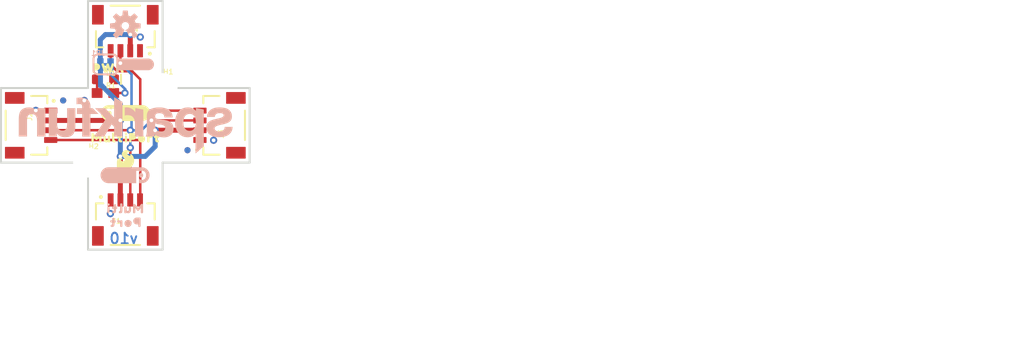
<source format=kicad_pcb>
(kicad_pcb (version 20211014) (generator pcbnew)
  (layers (0 "F.Cu" signal) (31 "B.Cu" signal) (34 "B.Paste" user) (35 "F.Paste" user) (36 "B.SilkS" user "B.Silkscreen") (37 "F.SilkS" user "F.Silkscreen") (38 "B.Mask" user) (39 "F.Mask" user) (44 "Edge.Cuts" user))
  (net 0 "")
  (net 1 "SCL")
  (net 2 "SDA")
  (net 3 "GND")
  (net 4 "3.3V")
  (net 5 "N$1")
  (net 6 "N$2")
  (footprint "boardEagle:MULTIPORT0" (layer "F.Cu") (at 144.3101 106.2736)
    (fp_text reference "U$4" hide)
    (fp_text value "" hide)
  )
  (footprint "boardEagle:PWR0" (layer "F.Cu") (at 144.4371 99.1616)
    (fp_text reference "U$1" hide)
    (fp_text value "" hide)
  )
  (footprint "boardEagle:CREATIVE_COMMONS" (layer "F.Cu") (at 157.3911 126.5936)
    (fp_text reference "FRAME1" hide)
    (fp_text value "FRAME-LETTER" hide)
  )
  (footprint "boardEagle:JST04_1MM_RA" (layer "F.Cu") (at 156.1211 105.0036 90)
    (fp_text reference "J3" (at -1.397 2.159 90) (layer "F.SilkS") (effects (font (size 0.512064 0.512064) (thickness 0.097536)) (justify left)))
    (fp_text value "QWIIC_RIGHT_ANGLE")
    (pad "1" smd roundrect (at -1.5 0 90) (size 0.6 1.35) (layers "F.Cu" "F.Paste" "F.Mask") (roundrect_rratio 0.08466666667) (net 3 "GND"))
    (pad "2" smd roundrect (at -0.5 0 90) (size 0.6 1.35) (layers "F.Cu" "F.Paste" "F.Mask") (roundrect_rratio 0.08466666667) (net 4 "3.3V"))
    (pad "3" smd roundrect (at 0.5 0 90) (size 0.6 1.35) (layers "F.Cu" "F.Paste" "F.Mask") (roundrect_rratio 0.08466666667) (net 2 "SDA"))
    (pad "4" smd roundrect (at 1.5 0 90) (size 0.6 1.35) (layers "F.Cu" "F.Paste" "F.Mask") (roundrect_rratio 0.08466666667) (net 1 "SCL"))
    (pad "NC1" smd roundrect (at 2.8 3.675 90) (size 1.2 2) (layers "F.Cu" "F.Paste" "F.Mask") (roundrect_rratio 0.04233333333))
    (pad "NC2" smd roundrect (at -2.8 3.675 90) (size 1.2 2) (layers "F.Cu" "F.Paste" "F.Mask") (roundrect_rratio 0.04233333333))
  )
  (footprint "boardEagle:JST04_1MM_RA" (layer "F.Cu") (at 148.5011 97.3836 180)
    (fp_text reference "J4" (at -1.397 2.159) (layer "F.SilkS") (effects (font (size 0.512064 0.512064) (thickness 0.097536)) (justify right)))
    (fp_text value "QWIIC_RIGHT_ANGLE")
    (pad "1" smd roundrect (at -1.5 0 180) (size 0.6 1.35) (layers "F.Cu" "F.Paste" "F.Mask") (roundrect_rratio 0.08466666667) (net 3 "GND"))
    (pad "2" smd roundrect (at -0.5 0 180) (size 0.6 1.35) (layers "F.Cu" "F.Paste" "F.Mask") (roundrect_rratio 0.08466666667) (net 4 "3.3V"))
    (pad "3" smd roundrect (at 0.5 0 180) (size 0.6 1.35) (layers "F.Cu" "F.Paste" "F.Mask") (roundrect_rratio 0.08466666667) (net 2 "SDA"))
    (pad "4" smd roundrect (at 1.5 0 180) (size 0.6 1.35) (layers "F.Cu" "F.Paste" "F.Mask") (roundrect_rratio 0.08466666667) (net 1 "SCL"))
    (pad "NC1" smd roundrect (at 2.8 3.675 180) (size 1.2 2) (layers "F.Cu" "F.Paste" "F.Mask") (roundrect_rratio 0.04233333333))
    (pad "NC2" smd roundrect (at -2.8 3.675 180) (size 1.2 2) (layers "F.Cu" "F.Paste" "F.Mask") (roundrect_rratio 0.04233333333))
  )
  (footprint "boardEagle:JST04_1MM_RA" (layer "F.Cu") (at 140.8811 105.0036 -90)
    (fp_text reference "J2" (at -1.397 2.159 90) (layer "F.SilkS") (effects (font (size 0.512064 0.512064) (thickness 0.097536)) (justify right)))
    (fp_text value "QWIIC_RIGHT_ANGLE")
    (pad "1" smd roundrect (at -1.5 0 270) (size 0.6 1.35) (layers "F.Cu" "F.Paste" "F.Mask") (roundrect_rratio 0.08466666667) (net 3 "GND"))
    (pad "2" smd roundrect (at -0.5 0 270) (size 0.6 1.35) (layers "F.Cu" "F.Paste" "F.Mask") (roundrect_rratio 0.08466666667) (net 4 "3.3V"))
    (pad "3" smd roundrect (at 0.5 0 270) (size 0.6 1.35) (layers "F.Cu" "F.Paste" "F.Mask") (roundrect_rratio 0.08466666667) (net 2 "SDA"))
    (pad "4" smd roundrect (at 1.5 0 270) (size 0.6 1.35) (layers "F.Cu" "F.Paste" "F.Mask") (roundrect_rratio 0.08466666667) (net 1 "SCL"))
    (pad "NC1" smd roundrect (at 2.8 3.675 270) (size 1.2 2) (layers "F.Cu" "F.Paste" "F.Mask") (roundrect_rratio 0.04233333333))
    (pad "NC2" smd roundrect (at -2.8 3.675 270) (size 1.2 2) (layers "F.Cu" "F.Paste" "F.Mask") (roundrect_rratio 0.04233333333))
  )
  (footprint "boardEagle:LED-0603" (layer "F.Cu") (at 146.4691 100.3046)
    (fp_text reference "D1" (at 0 -0.635) (layer "F.SilkS") (effects (font (size 0.512064 0.512064) (thickness 0.097536)) (justify left)))
    (fp_text value "RED")
    (pad "A" smd roundrect (at -0.877 0 270) (size 1 1) (layers "F.Cu" "F.Paste" "F.Mask") (roundrect_rratio 0.15) (net 5 "N$1"))
    (pad "C" smd roundrect (at 0.877 0 270) (size 1 1) (layers "F.Cu" "F.Paste" "F.Mask") (roundrect_rratio 0.15) (net 3 "GND"))
  )
  (footprint "boardEagle:PWR0" (layer "F.Cu") (at 144.4371 99.1616)
    (fp_text reference "U$9" hide)
    (fp_text value "" hide)
  )
  (footprint "boardEagle:QWIIC_5MM" (layer "F.Cu") (at 148.5011 103.7336)
    (fp_text reference "LOGO1" hide)
    (fp_text value "QWIIC_LOGO_5MM" hide)
  )
  (footprint "boardEagle:JST04_1MM_RA" (layer "F.Cu") (at 148.5011 112.6236)
    (fp_text reference "J1" (at -1.397 2.159) (layer "F.SilkS") (effects (font (size 0.512064 0.512064) (thickness 0.097536)) (justify left)))
    (fp_text value "QWIIC_RIGHT_ANGLE")
    (pad "1" smd roundrect (at -1.5 0) (size 0.6 1.35) (layers "F.Cu" "F.Paste" "F.Mask") (roundrect_rratio 0.08466666667) (net 3 "GND"))
    (pad "2" smd roundrect (at -0.5 0) (size 0.6 1.35) (layers "F.Cu" "F.Paste" "F.Mask") (roundrect_rratio 0.08466666667) (net 4 "3.3V"))
    (pad "3" smd roundrect (at 0.5 0) (size 0.6 1.35) (layers "F.Cu" "F.Paste" "F.Mask") (roundrect_rratio 0.08466666667) (net 2 "SDA"))
    (pad "4" smd roundrect (at 1.5 0) (size 0.6 1.35) (layers "F.Cu" "F.Paste" "F.Mask") (roundrect_rratio 0.08466666667) (net 1 "SCL"))
    (pad "NC1" smd roundrect (at 2.8 3.675) (size 1.2 2) (layers "F.Cu" "F.Paste" "F.Mask") (roundrect_rratio 0.04233333333))
    (pad "NC2" smd roundrect (at -2.8 3.675) (size 1.2 2) (layers "F.Cu" "F.Paste" "F.Mask") (roundrect_rratio 0.04233333333))
  )
  (footprint "boardEagle:SFE_LOGO_FLAME_.1" (layer "F.Cu") (at 148.5011 108.8136)
    (fp_text reference "U$2" hide)
    (fp_text value "" hide)
  )
  (footprint "boardEagle:STAND-OFF-TIGHT" (layer "F.Cu") (at 144.6911 108.8136)
    (fp_text reference "H2" (at 0 -1.651) (layer "F.SilkS") (effects (font (size 0.512064 0.512064) (thickness 0.097536)) (justify left)))
    (fp_text value "STAND-OFFTIGHT")
    (pad "" np_thru_hole circle (at 0 0) (size 3.048 3.048) (drill 3.048) (layers *.Cu *.Mask))
  )
  (footprint "boardEagle:FIDUCIAL-MICRO" (layer "F.Cu") (at 142.1511 102.4636)
    (fp_text reference "FD2" hide)
    (fp_text value "FIDUCIALUFIDUCIAL" hide)
    (pad "1" smd roundrect (at 0 0) (size 0.635 0.635) (layers "F.Cu" "F.Mask") (roundrect_rratio 0.5))
  )
  (footprint "boardEagle:STAND-OFF-TIGHT" (layer "F.Cu") (at 152.3111 101.1936)
    (fp_text reference "H1" (at 0 -1.651) (layer "F.SilkS") (effects (font (size 0.512064 0.512064) (thickness 0.097536)) (justify left)))
    (fp_text value "STAND-OFFTIGHT")
    (pad "" np_thru_hole circle (at 0 0) (size 3.048 3.048) (drill 3.048) (layers *.Cu *.Mask))
  )
  (footprint "boardEagle:0603" (layer "F.Cu") (at 146.4691 101.7016)
    (fp_text reference "R1" (at 0 -0.762) (layer "F.SilkS") (effects (font (size 0.512064 0.512064) (thickness 0.097536)) (justify left)))
    (fp_text value "1k")
    (pad "1" smd roundrect (at -0.85 0) (size 1.1 1) (layers "F.Cu" "F.Paste" "F.Mask") (roundrect_rratio 0.0508) (net 5 "N$1"))
    (pad "2" smd roundrect (at 0.85 0) (size 1.1 1) (layers "F.Cu" "F.Paste" "F.Mask") (roundrect_rratio 0.0508) (net 6 "N$2"))
  )
  (footprint "boardEagle:FIDUCIAL-MICRO" (layer "F.Cu") (at 154.8511 107.5436)
    (fp_text reference "FD3" hide)
    (fp_text value "FIDUCIALUFIDUCIAL" hide)
    (pad "1" smd roundrect (at 0 0) (size 0.635 0.635) (layers "F.Cu" "F.Mask") (roundrect_rratio 0.5))
  )
  (footprint "boardEagle:MULTI0" (layer "B.Cu") (at 151.0411 113.5126 180)
    (fp_text reference "U$11" hide)
    (fp_text value "" hide)
  )
  (footprint "boardEagle:FIDUCIAL-MICRO" (layer "B.Cu") (at 142.1511 102.4636 180)
    (fp_text reference "FD1" hide)
    (fp_text value "FIDUCIALUFIDUCIAL" hide)
    (pad "1" smd roundrect (at 0 0 180) (size 0.635 0.635) (layers "B.Cu" "B.Mask") (roundrect_rratio 0.5))
  )
  (footprint "boardEagle:FIDUCIAL-MICRO" (layer "B.Cu") (at 154.8511 107.5436 180)
    (fp_text reference "FD4" hide)
    (fp_text value "FIDUCIALUFIDUCIAL" hide)
    (pad "1" smd roundrect (at 0 0 180) (size 0.635 0.635) (layers "B.Cu" "B.Mask") (roundrect_rratio 0.5))
  )
  (footprint "boardEagle:#PWR#0" (layer "B.Cu") (at 151.4221 98.7806 180)
    (fp_text reference "U$5" hide)
    (fp_text value "" hide)
  )
  (footprint "boardEagle:PORT0" (layer "B.Cu") (at 150.7871 114.9096 180)
    (fp_text reference "U$13" hide)
    (fp_text value "" hide)
  )
  (footprint "boardEagle:QWIIC_5MM" (layer "B.Cu") (at 148.5011 110.0836 180)
    (fp_text reference "LOGO2" hide)
    (fp_text value "QWIIC_LOGO_5MM" hide)
  )
  (footprint "boardEagle:OSHW-LOGO-S" (layer "B.Cu") (at 148.5011 94.8436 180)
    (fp_text reference "LOGO3" hide)
    (fp_text value "OSHW-LOGOS" hide)
  )
  (footprint "boardEagle:SFE_LOGO_NAME_.2" (layer "B.Cu") (at 148.5011 105.0036 180)
    (fp_text reference "LOGO4" hide)
    (fp_text value "SFE_LOGO_NAME.2_INCH" hide)
  )
  (footprint "boardEagle:SMT-JUMPER_2_NC_TRACE_SILK" (layer "B.Cu") (at 146.4691 98.7806 180)
    (fp_text reference "JP1" (at 0 1.143) (layer "B.SilkS") (effects (font (size 0.512064 0.512064) (thickness 0.097536)) (justify left mirror)))
    (fp_text value "PWR_LED")
    (fp_poly (pts (xy 0.1905 -0.13335) (xy -0.70485 -0.13335) (xy -0.70485 0.13335) (xy 0.1905 0.13335)) (layer "B.Cu") (width 0) (fill solid))
    (pad "1" smd roundrect (at -0.5207 0 180) (size 0.6604 1.27) (layers "B.Cu" "B.Mask") (roundrect_rratio 0.07692307692) (net 6 "N$2"))
    (pad "2" smd roundrect (at 0.5207 0 180) (size 0.6604 1.27) (layers "B.Cu" "B.Mask") (roundrect_rratio 0.07692307692) (net 4 "3.3V"))
  )
  (gr_line (start 144.6911 108.8136) (end 135.8011 108.8136) (layer "Edge.Cuts") (width 0.2032))
  (gr_line (start 144.6911 117.7036) (end 152.3111 117.7036) (layer "Edge.Cuts") (width 0.2032))
  (gr_line (start 152.3111 117.7036) (end 152.3111 108.8136) (layer "Edge.Cuts") (width 0.2032))
  (gr_line (start 152.3111 92.3036) (end 152.3111 101.1936) (layer "Edge.Cuts") (width 0.2032))
  (gr_line (start 144.6911 117.7036) (end 144.6911 108.8136) (layer "Edge.Cuts") (width 0.2032))
  (gr_line (start 135.8011 101.1936) (end 135.8011 108.8136) (layer "Edge.Cuts") (width 0.2032))
  (gr_line (start 161.2011 108.8136) (end 161.2011 101.1936) (layer "Edge.Cuts") (width 0.2032))
  (gr_line (start 152.3111 108.8136) (end 161.2011 108.8136) (layer "Edge.Cuts") (width 0.2032))
  (gr_line (start 152.3111 92.3036) (end 144.6911 92.3036) (layer "Edge.Cuts") (width 0.2032))
  (gr_line (start 144.6911 101.1936) (end 135.8011 101.1936) (layer "Edge.Cuts") (width 0.2032))
  (gr_line (start 152.3111 101.1936) (end 161.2011 101.1936) (layer "Edge.Cuts") (width 0.2032))
  (gr_line (start 144.6911 92.3036) (end 144.6911 101.1936) (layer "Edge.Cuts") (width 0.2032))
  (gr_text "v10" (at 149.8981 117.1956) (layer "B.Cu") (effects (font (size 1.0795 1.0795) (thickness 0.1905)) (justify left bottom mirror)))
  (segment (start 150.0251 104.6226) (end 150.0251 103.5036) (width 0.254) (layer "F.Cu") (net 1))
  (segment (start 147.6756 99.4791) (end 149.1996 99.4791) (width 0.254) (layer "F.Cu") (net 1))
  (segment (start 149.1996 99.4791) (end 150.0251 100.3046) (width 0.254) (layer "F.Cu") (net 1))
  (segment (start 150.0251 106.5276) (end 150.0251 112.5996) (width 0.254) (layer "F.Cu") (net 1))
  (segment (start 147.0011 98.8046) (end 147.6756 99.4791) (width 0.254) (layer "F.Cu") (net 1))
  (segment (start 150.0251 105.0036) (end 150.0251 106.5276) (width 0.254) (layer "F.Cu") (net 1))
  (segment (start 150.0011 106.5036) (end 150.0251 106.5276) (width 0.254) (layer "F.Cu") (net 1))
  (segment (start 150.0251 100.3046) (end 150.0251 103.5036) (width 0.254) (layer "F.Cu") (net 1))
  (segment (start 150.0251 112.5996) (end 150.0011 112.6236) (width 0.254) (layer "F.Cu") (net 1))
  (segment (start 140.8811 106.5036) (end 150.0011 106.5036) (width 0.254) (layer "F.Cu") (net 1))
  (segment (start 156.1211 103.5036) (end 150.0251 103.5036) (width 0.254) (layer "F.Cu") (net 1))
  (segment (start 150.0251 104.6226) (end 150.0251 105.0036) (width 0.254) (layer "F.Cu") (net 1))
  (segment (start 147.0011 97.3836) (end 147.0011 98.8046) (width 0.254) (layer "F.Cu") (net 1))
  (segment (start 148.0011 97.3836) (end 148.0011 98.6456) (width 0.254) (layer "F.Cu") (net 2))
  (segment (start 140.8811 105.5036) (end 149.0011 105.5036) (width 0.254) (layer "F.Cu") (net 2))
  (segment (start 148.0011 98.6456) (end 147.9931 98.6536) (width 0.254) (layer "F.Cu") (net 2))
  (segment (start 156.1211 104.5036) (end 151.1761 104.5036) (width 0.254) (layer "F.Cu") (net 2))
  (segment (start 149.0091 112.6156) (end 149.0011 112.6236) (width 0.254) (layer "F.Cu") (net 2))
  (segment (start 151.1761 104.5036) (end 151.1681 104.4956) (width 0.254) (layer "F.Cu") (net 2))
  (segment (start 149.0091 107.2896) (end 149.0091 112.6156) (width 0.254) (layer "F.Cu") (net 2))
  (segment (start 149.0011 105.5036) (end 149.0091 105.5116) (width 0.254) (layer "F.Cu") (net 2))
  (via (at 147.9931 98.6536) (size 0.7366) (drill 0.381) (layers "F.Cu" "B.Cu") (net 2))
  (via (at 151.1681 104.4956) (size 0.7366) (drill 0.381) (layers "F.Cu" "B.Cu") (net 2))
  (via (at 149.0091 105.5116) (size 0.7366) (drill 0.381) (layers "F.Cu" "B.Cu") (net 2))
  (via (at 149.0091 107.2896) (size 0.7366) (drill 0.381) (layers "F.Cu" "B.Cu") (net 2))
  (segment (start 149.1361 105.3846) (end 149.0091 105.5116) (width 0.254) (layer "B.Cu") (net 2))
  (segment (start 151.1681 104.4956) (end 150.1521 105.5116) (width 0.254) (layer "B.Cu") (net 2))
  (segment (start 147.9931 98.6536) (end 149.1361 99.7966) (width 0.254) (layer "B.Cu") (net 2))
  (segment (start 149.0091 105.5116) (end 149.0091 107.2896) (width 0.254) (layer "B.Cu") (net 2))
  (segment (start 150.1521 105.5116) (end 149.0091 105.5116) (width 0.254) (layer "B.Cu") (net 2))
  (segment (start 149.1361 99.7966) (end 149.1361 105.3846) (width 0.254) (layer "B.Cu") (net 2))
  (via (at 150.0251 95.9866) (size 0.7366) (drill 0.381) (layers "F.Cu" "B.Cu") (net 3))
  (via (at 157.5181 106.5276) (size 0.7366) (drill 0.381) (layers "F.Cu" "B.Cu") (net 3))
  (via (at 144.3101 102.4636) (size 0.7366) (drill 0.381) (layers "F.Cu" "B.Cu") (net 3))
  (via (at 139.3571 103.4796) (size 0.7366) (drill 0.381) (layers "F.Cu" "B.Cu") (net 3))
  (via (at 146.9771 114.0206) (size 0.7366) (drill 0.381) (layers "F.Cu" "B.Cu") (net 3))
  (segment (start 149.0091 95.7326) (end 149.0091 97.3756) (width 0.508) (layer "F.Cu") (net 4))
  (segment (start 156.1211 105.5036) (end 151.5571 105.5036) (width 0.508) (layer "F.Cu") (net 4))
  (segment (start 147.9931 108.1786) (end 147.9931 112.6156) (width 0.508) (layer "F.Cu") (net 4))
  (segment (start 147.9931 112.6156) (end 148.0011 112.6236) (width 0.508) (layer "F.Cu") (net 4))
  (segment (start 147.9851 104.5036) (end 147.9931 104.4956) (width 0.508) (layer "F.Cu") (net 4))
  (segment (start 149.0091 97.3756) (end 149.0011 97.3836) (width 0.508) (layer "F.Cu") (net 4))
  (segment (start 151.5571 105.5036) (end 151.5491 105.5116) (width 0.508) (layer "F.Cu") (net 4))
  (segment (start 140.8811 104.5036) (end 147.9851 104.5036) (width 0.508) (layer "F.Cu") (net 4))
  (via (at 149.0091 95.7326) (size 0.7366) (drill 0.381) (layers "F.Cu" "B.Cu") (net 4))
  (via (at 147.9931 104.4956) (size 0.7366) (drill 0.381) (layers "F.Cu" "B.Cu") (net 4))
  (via (at 147.9931 108.1786) (size 0.7366) (drill 0.381) (layers "F.Cu" "B.Cu") (net 4))
  (via (at 151.5491 105.5116) (size 0.7366) (drill 0.381) (layers "F.Cu" "B.Cu") (net 4))
  (segment (start 151.5491 105.5116) (end 151.5491 107.1626) (width 0.508) (layer "B.Cu") (net 4))
  (segment (start 146.4691 95.7326) (end 149.0091 95.7326) (width 0.508) (layer "B.Cu") (net 4))
  (segment (start 145.9611 100.9396) (end 146.0881 100.9396) (width 0.508) (layer "B.Cu") (net 4))
  (segment (start 147.9931 102.8446) (end 146.0881 100.9396) (width 0.508) (layer "B.Cu") (net 4))
  (segment (start 151.5491 107.1626) (end 150.5331 108.1786) (width 0.508) (layer "B.Cu") (net 4))
  (segment (start 145.9484 98.7806) (end 145.9484 96.2533) (width 0.508) (layer "B.Cu") (net 4))
  (segment (start 145.9484 98.7806) (end 145.9611 98.7933) (width 0.508) (layer "B.Cu") (net 4))
  (segment (start 145.9611 98.7933) (end 145.9611 100.9396) (width 0.508) (layer "B.Cu") (net 4))
  (segment (start 147.9931 104.4956) (end 147.9931 108.1786) (width 0.508) (layer "B.Cu") (net 4))
  (segment (start 145.9484 96.2533) (end 146.4691 95.7326) (width 0.508) (layer "B.Cu") (net 4))
  (segment (start 147.9931 104.4956) (end 147.9931 102.8446) (width 0.508) (layer "B.Cu") (net 4))
  (segment (start 150.5331 108.1786) (end 147.9931 108.1786) (width 0.508) (layer "B.Cu") (net 4))
  (segment (start 145.6191 100.3316) (end 145.6191 101.7016) (width 0.254) (layer "F.Cu") (net 5))
  (segment (start 145.5921 100.3046) (end 145.6191 100.3316) (width 0.254) (layer "F.Cu") (net 5))
  (segment (start 147.3191 101.7016) (end 148.463 101.7016) (width 0.254) (layer "F.Cu") (net 6))
  (via (at 148.463 101.7016) (size 0.7366) (drill 0.381) (layers "F.Cu" "B.Cu") (net 6))
  (segment (start 146.9898 99.8093) (end 146.9898 98.7806) (width 0.254) (layer "B.Cu") (net 6))
  (segment (start 148.5011 101.3206) (end 146.9898 99.8093) (width 0.254) (layer "B.Cu") (net 6))
  (segment (start 148.5011 101.3206) (end 148.5011 101.6635) (width 0.254) (layer "B.Cu") (net 6))
  (segment (start 148.463 101.7016) (end 148.5011 101.6635) (width 0.254) (layer "B.Cu") (net 6))
)
</source>
